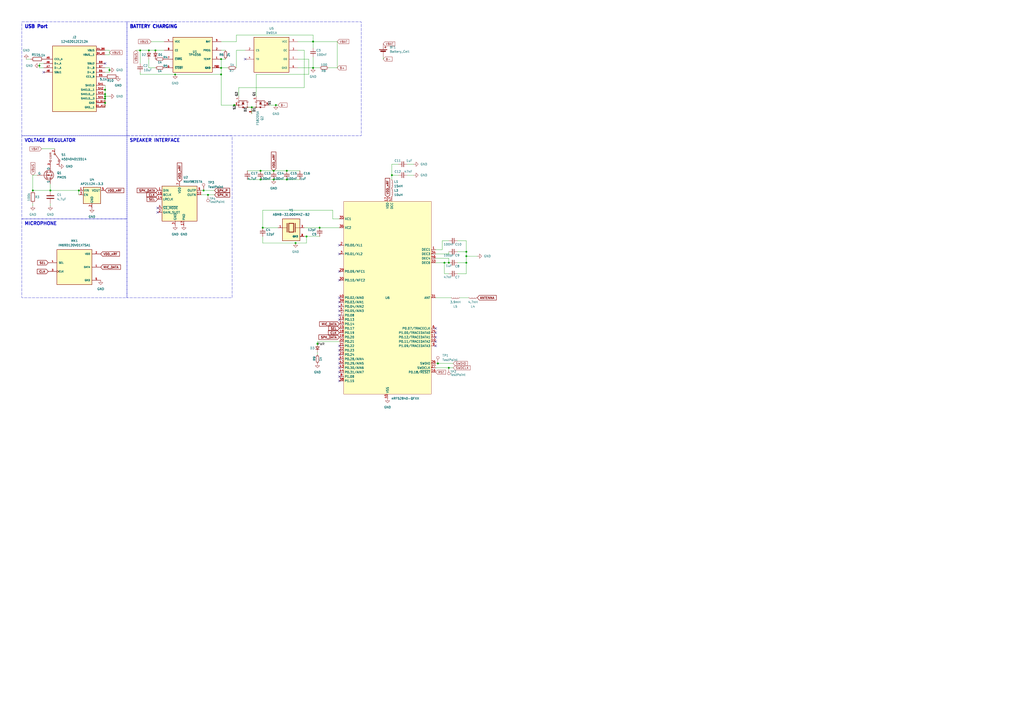
<source format=kicad_sch>
(kicad_sch (version 20231120) (generator "eeschema") (generator_version "8.0")
  (paper "A2")
  (lib_symbols
    (symbol "12402012E212A:12402012E212A" (pin_names (offset 1.016))
      (property "Reference" "J" (at -12.7 13.462 0))
      (property "Value" "12402012E212A" (at -12.7 -26.162 0))
      (symbol "12402012E212A_0_0"
        (pin power_in line (at 17.78 -20.32 180) (length 5.08) (name "GND") (number "A1_B12"))
        (pin power_in line (at 17.78 10.16 180) (length 5.08) (name "VBUS") (number "A4_B9"))
        (pin bidirectional line (at -17.78 5.08 0) (length 5.08) (name "CC1_A") (number "A5"))
        (pin bidirectional line (at -17.78 2.54 0) (length 5.08) (name "D+_A") (number "A6"))
        (pin bidirectional line (at -17.78 0 0) (length 5.08) (name "D-_A") (number "A7"))
        (pin bidirectional line (at -17.78 -2.54 0) (length 5.08) (name "SBU1") (number "A8"))
        (pin power_in line (at 17.78 -22.86 180) (length 5.08) (name "GND__1") (number "B1_A12"))
        (pin power_in line (at 17.78 7.62 180) (length 5.08) (name "VBUS__1") (number "B4_A9"))
        (pin bidirectional line (at 17.78 -5.08 180) (length 5.08) (name "CC1_B") (number "B5"))
        (pin bidirectional line (at 17.78 -2.54 180) (length 5.08) (name "D+_B") (number "B6"))
        (pin bidirectional line (at 17.78 0 180) (length 5.08) (name "D-_B") (number "B7"))
        (pin bidirectional line (at 17.78 2.54 180) (length 5.08) (name "SBU2") (number "B8"))
        (pin passive line (at 17.78 -10.16 180) (length 5.08) (name "SHIELD") (number "SH1"))
        (pin passive line (at 17.78 -12.7 180) (length 5.08) (name "SHIELD__1") (number "SH2"))
        (pin passive line (at 17.78 -15.24 180) (length 5.08) (name "SHIELD__2") (number "SH3"))
        (pin passive line (at 17.78 -17.78 180) (length 5.08) (name "SHIELD__3") (number "SH4"))
      )
    )
    (symbol "450404015514:450404015514" (pin_names (offset 1.016) hide)
      (property "Reference" "S" (at 2.1336 4.1148 0))
      (property "Value" "450404015514" (at -2.413 -5.1308 0))
      (symbol "450404015514_0_0"
        (text "com" (at -3.302 -1.8034 0) (effects (font (size 1.27 1.27)) (justify left bottom)))
        (pin passive line (at 5.08 2.54 180) (length 2.54) (name "~") (number "1"))
        (pin passive line (at -5.08 0 0) (length 2.54) (name "~") (number "2"))
        (pin passive line (at 5.08 -2.54 180) (length 2.54) (name "~") (number "3"))
      )
    )
    (symbol "ABM8-48.000MHZ-B2:ABM8-48.000MHZ-B2" (pin_names (offset 1.016))
      (property "Reference" "Y" (at -5.0878 6.3559 0))
      (property "Value" "ABM8-48.000MHZ-B2" (at -5.0944 -10.16 0))
      (symbol "ABM8-48.000MHZ-B2_0_0"
        (pin passive line (at -7.62 0 0) (length 2.54) (name "~") (number "1"))
        (pin power_in line (at 7.62 -5.08 180) (length 2.54) (name "GND") (number "2"))
        (pin passive line (at 7.62 0 180) (length 2.54) (name "~") (number "3"))
        (pin power_in line (at 7.62 -5.08 180) (length 2.54) (name "GND") (number "4"))
      )
    )
    (symbol "Audio:MAX98357A"
      (property "Reference" "U" (at -8.89 11.43 0))
      (property "Value" "MAX98357A" (at 10.16 11.43 0))
      (symbol "MAX98357A_1_1"
        (pin input line (at -12.7 7.62 0) (length 2.54) (name "DIN") (number "1"))
        (pin output line (at 12.7 5.08 180) (length 2.54) (name "OUTN") (number "10"))
        (pin passive line (at -2.54 -12.7 90) (length 2.54) hide (name "GND") (number "11"))
        (pin no_connect line (at 10.16 -5.08 180) (length 2.54) hide (name "NC") (number "12"))
        (pin no_connect line (at 10.16 -7.62 180) (length 2.54) hide (name "NC") (number "13"))
        (pin input line (at -12.7 2.54 0) (length 2.54) (name "LRCLK") (number "14"))
        (pin passive line (at -2.54 -12.7 90) (length 2.54) hide (name "GND") (number "15"))
        (pin input line (at -12.7 5.08 0) (length 2.54) (name "BCLK") (number "16"))
        (pin unspecified line (at 2.54 -12.7 90) (length 2.54) (name "PAD") (number "17"))
        (pin passive line (at -12.7 -5.08 0) (length 2.54) (name "GAIN_SLOT") (number "2"))
        (pin power_in line (at -2.54 -12.7 90) (length 2.54) (name "GND") (number "3"))
        (pin input line (at -12.7 -2.54 0) (length 2.54) (name "~{SD_MODE}") (number "4"))
        (pin no_connect line (at 10.16 2.54 180) (length 2.54) hide (name "NC") (number "5"))
        (pin no_connect line (at 10.16 0 180) (length 2.54) hide (name "NC") (number "6"))
        (pin power_in line (at 0 12.7 270) (length 2.54) (name "VDD") (number "7"))
        (pin passive line (at 0 12.7 270) (length 2.54) hide (name "VDD") (number "8"))
        (pin output line (at 12.7 7.62 180) (length 2.54) (name "OUTP") (number "9"))
      )
    )
    (symbol "Connector:TestPoint" (pin_numbers hide) (pin_names (offset 0.762) hide)
      (property "Reference" "TP" (at 0 6.858 0))
      (property "Value" "TestPoint" (at 0 5.08 0))
      (symbol "TestPoint_1_1"
        (pin passive line (at 0 0 90) (length 2.54) (name "1") (number "1"))
      )
    )
    (symbol "DW01A:DW01A" (pin_names (offset 1.016))
      (property "Reference" "U" (at -10.16 11.43 0))
      (property "Value" "DW01A" (at -10.16 -12.7 0))
      (symbol "DW01A_0_0"
        (pin output line (at 15.24 -2.54 180) (length 5.08) (name "OD") (number "1"))
        (pin input line (at -15.24 2.54 0) (length 5.08) (name "CS") (number "2"))
        (pin output line (at 15.24 2.54 180) (length 5.08) (name "OC") (number "3"))
        (pin passive line (at -15.24 -2.54 0) (length 5.08) (name "TD") (number "4"))
        (pin power_in line (at 15.24 7.62 180) (length 5.08) (name "VCC") (number "5"))
        (pin power_in line (at 15.24 -7.62 180) (length 5.08) (name "GND") (number "6"))
      )
    )
    (symbol "Device:Battery_Cell" (pin_numbers hide) (pin_names (offset 0) hide)
      (property "Reference" "BT" (at 2.54 2.54 0))
      (property "Value" "Battery_Cell" (at 2.54 0 0))
      (symbol "Battery_Cell_1_1"
        (pin passive line (at 0 5.08 270) (length 2.54) (name "+") (number "1"))
        (pin passive line (at 0 -2.54 90) (length 2.54) (name "-") (number "2"))
      )
    )
    (symbol "Device:C" (pin_numbers hide) (pin_names (offset 0.254))
      (property "Reference" "C" (at 0.635 2.54 0))
      (property "Value" "C" (at 0.635 -2.54 0))
      (symbol "C_1_1"
        (pin passive line (at 0 3.81 270) (length 2.794) (name "~") (number "1"))
        (pin passive line (at 0 -3.81 90) (length 2.794) (name "~") (number "2"))
      )
    )
    (symbol "Device:C_Small" (pin_numbers hide) (pin_names (offset 0.254) hide)
      (property "Reference" "C" (at 0.254 1.778 0))
      (property "Value" "C_Small" (at 0.254 -2.032 0))
      (symbol "C_Small_1_1"
        (pin passive line (at 0 2.54 270) (length 2.032) (name "~") (number "1"))
        (pin passive line (at 0 -2.54 90) (length 2.032) (name "~") (number "2"))
      )
    )
    (symbol "Device:D_Small" (pin_numbers hide) (pin_names (offset 0.254) hide)
      (property "Reference" "D" (at -1.27 2.032 0))
      (property "Value" "D_Small" (at -3.81 -2.032 0))
      (symbol "D_Small_1_1"
        (pin passive line (at -2.54 0 0) (length 1.778) (name "K") (number "1"))
        (pin passive line (at 2.54 0 180) (length 1.778) (name "A") (number "2"))
      )
    )
    (symbol "Device:L_Small" (pin_numbers hide) (pin_names (offset 0.254) hide)
      (property "Reference" "L" (at 0.762 1.016 0))
      (property "Value" "L_Small" (at 0.762 -1.016 0))
      (symbol "L_Small_1_1"
        (pin passive line (at 0 2.54 270) (length 0.508) (name "~") (number "1"))
        (pin passive line (at 0 -2.54 90) (length 0.508) (name "~") (number "2"))
      )
    )
    (symbol "Device:R" (pin_numbers hide) (pin_names (offset 0))
      (property "Reference" "R" (at 2.032 0 90))
      (property "Value" "R" (at 0 0 90))
      (symbol "R_1_1"
        (pin passive line (at 0 3.81 270) (length 1.27) (name "~") (number "1"))
        (pin passive line (at 0 -3.81 90) (length 1.27) (name "~") (number "2"))
      )
    )
    (symbol "Device:R_Small" (pin_numbers hide) (pin_names (offset 0.254) hide)
      (property "Reference" "R" (at 0.762 0.508 0))
      (property "Value" "R_Small" (at 0.762 -1.016 0))
      (symbol "R_Small_1_1"
        (pin passive line (at 0 2.54 270) (length 0.762) (name "~") (number "1"))
        (pin passive line (at 0 -2.54 90) (length 0.762) (name "~") (number "2"))
      )
    )
    (symbol "FS8205A:FS8205A" (pin_names (offset 1.016))
      (property "Reference" "Q" (at -11.43 7.62 0))
      (property "Value" "FS8205A" (at -11.43 -12.7 0))
      (symbol "FS8205A_0_0"
        (pin passive line (at 5.08 0 180) (length 2.54) (name "~") (number "1"))
        (pin passive line (at 0 -10.16 90) (length 2.54) (name "~") (number "2"))
        (pin passive line (at 0 -10.16 90) (length 2.54) (name "~") (number "3"))
        (pin passive line (at -5.08 -7.62 0) (length 2.54) (name "~") (number "4"))
        (pin passive line (at -5.08 2.54 0) (length 2.54) (name "~") (number "5"))
        (pin passive line (at 0 10.16 270) (length 2.54) (name "~") (number "6"))
        (pin passive line (at 0 10.16 270) (length 2.54) (name "~") (number "7"))
        (pin passive line (at 5.08 0 180) (length 2.54) (name "~") (number "8"))
      )
    )
    (symbol "IM69D120V01XTSA1:IM69D120V01XTSA1" (pin_names (offset 1.016))
      (property "Reference" "MK" (at -10.16 10.795 0))
      (property "Value" "IM69D120V01XTSA1" (at -10.16 -12.7 0))
      (symbol "IM69D120V01XTSA1_0_0"
        (pin output line (at 15.24 0 180) (length 5.08) (name "DATA") (number "1"))
        (pin power_in line (at 15.24 7.62 180) (length 5.08) (name "VDD") (number "2"))
        (pin input clock (at -15.24 -2.54 0) (length 5.08) (name "CLK") (number "3"))
        (pin input line (at -15.24 2.54 0) (length 5.08) (name "SEL") (number "4"))
        (pin power_in line (at 15.24 -7.62 180) (length 5.08) (name "GND") (number "5"))
      )
    )
    (symbol "PCM_nordic-lib-kicad-nrf52:nRF52840-QFXX"
      (property "Reference" "U" (at 0 0 0))
      (property "Value" "nRF52840-QFXX" (at 0 -2.54 0))
      (symbol "nRF52840-QFXX_0_0"
        (pin unspecified line (at 27.94 -25.4 180) (length 2.54) (name "P0.11/TRACEDATA2") (number "10"))
        (pin unspecified line (at 27.94 -22.86 180) (length 2.54) (name "P0.12/TRACEDATA1") (number "11"))
        (pin unspecified line (at -27.94 -12.7 0) (length 2.54) (name "P0.13") (number "13"))
        (pin unspecified line (at -27.94 -15.24 0) (length 2.54) (name "P0.14") (number "14"))
        (pin unspecified line (at -27.94 -17.78 0) (length 2.54) (name "P0.17") (number "15"))
        (pin unspecified line (at 0 58.42 270) (length 2.54) (name "VDD") (number "17"))
        (pin unspecified line (at -27.94 -20.32 0) (length 2.54) (name "P0.19") (number "18"))
        (pin unspecified line (at -27.94 -22.86 0) (length 2.54) (name "P0.20") (number "19"))
        (pin unspecified line (at -27.94 30.48 0) (length 2.54) (name "P0.00/XL1") (number "2"))
        (pin unspecified line (at -27.94 -25.4 0) (length 2.54) (name "P0.21") (number "20"))
        (pin unspecified line (at -27.94 -27.94 0) (length 2.54) (name "P0.22") (number "21"))
        (pin unspecified line (at -27.94 -30.48 0) (length 2.54) (name "P0.23") (number "22"))
        (pin unspecified line (at -27.94 -33.02 0) (length 2.54) (name "P0.24") (number "23"))
        (pin unspecified line (at 27.94 -20.32 180) (length 2.54) (name "P1.00/TRACEDATA0") (number "24"))
        (pin unspecified line (at 27.94 -38.1 180) (length 2.54) (name "SWDIO") (number "26"))
        (pin unspecified line (at 27.94 -40.64 180) (length 2.54) (name "SWDCLK") (number "27"))
        (pin unspecified line (at -27.94 15.24 0) (length 2.54) (name "P0.09/NFC1") (number "29"))
        (pin unspecified line (at -27.94 25.4 0) (length 2.54) (name "P0.01/XL2") (number "3"))
        (pin unspecified line (at -27.94 10.16 0) (length 2.54) (name "P0.10/NFC2") (number "30"))
        (pin unspecified line (at 27.94 0 180) (length 2.54) (name "ANT") (number "31"))
        (pin unspecified line (at -27.94 45.72 0) (length 2.54) (name "XC1") (number "35"))
        (pin unspecified line (at -27.94 40.64 0) (length 2.54) (name "XC2") (number "36"))
        (pin unspecified line (at -27.94 -48.26 0) (length 2.54) (name "P1.15") (number "38"))
        (pin unspecified line (at -27.94 -2.54 0) (length 2.54) (name "P0.03/AIN1") (number "39"))
        (pin unspecified line (at -27.94 -5.08 0) (length 2.54) (name "P0.04/AIN2") (number "4"))
        (pin unspecified line (at -27.94 0 0) (length 2.54) (name "P0.02/AIN0") (number "40"))
        (pin unspecified line (at -27.94 -35.56 0) (length 2.54) (name "P0.28/AIN4") (number "41"))
        (pin unspecified line (at -27.94 -38.1 0) (length 2.54) (name "P0.29/AIN5") (number "42"))
        (pin unspecified line (at -27.94 -40.64 0) (length 2.54) (name "P0.30/AIN6") (number "43"))
        (pin unspecified line (at -27.94 -43.18 0) (length 2.54) (name "P0.31/AIN7") (number "44"))
        (pin unspecified line (at 0 -58.42 90) (length 2.54) (name "VSS") (number "45"))
        (pin unspecified line (at 2.54 58.42 270) (length 2.54) (name "DCC") (number "47"))
        (pin unspecified line (at -27.94 -7.62 0) (length 2.54) (name "P0.05/AIN3") (number "5"))
        (pin unspecified line (at 27.94 -17.78 180) (length 2.54) (name "P0.07/TRACECLK") (number "6"))
        (pin unspecified line (at -27.94 -10.16 0) (length 2.54) (name "P0.08") (number "7"))
        (pin unspecified line (at -27.94 -45.72 0) (length 2.54) (name "P1.08") (number "8"))
        (pin unspecified line (at 27.94 -27.94 180) (length 2.54) (name "P1.09/TRACEDATA3") (number "9"))
      )
      (symbol "nRF52840-QFXX_1_0"
        (pin unspecified line (at 27.94 27.94 180) (length 2.54) (name "DEC1") (number "1"))
        (pin unspecified line (at 0 58.42 270) (length 2.54) hide (name "VDD") (number "12"))
        (pin unspecified line (at 27.94 -43.18 180) (length 2.54) (name "P0.18/~{RESET}") (number "16"))
        (pin unspecified line (at 0 58.42 270) (length 2.54) hide (name "VDD") (number "25"))
        (pin no_connect line (at 0 -38.1 90) (length 2.54) hide (name "NC") (number "28"))
        (pin unspecified line (at 0 -58.42 90) (length 2.54) hide (name "VSS_PA") (number "32"))
        (pin unspecified line (at 27.94 20.32 180) (length 2.54) (name "DEC6") (number "33"))
        (pin unspecified line (at 27.94 25.4 180) (length 2.54) (name "DEC3") (number "34"))
        (pin unspecified line (at 0 58.42 270) (length 2.54) hide (name "VDD") (number "37"))
        (pin unspecified line (at 27.94 22.86 180) (length 2.54) (name "DEC4") (number "46"))
        (pin unspecified line (at 0 58.42 270) (length 2.54) hide (name "VDD") (number "48"))
        (pin unspecified line (at 0 -58.42 90) (length 2.54) hide (name "VSS") (number "49"))
      )
    )
    (symbol "Regulator_Linear:AP2112K-3.3" (pin_names (offset 0.254))
      (property "Reference" "U" (at -5.08 5.715 0))
      (property "Value" "AP2112K-3.3" (at 0 5.715 0))
      (symbol "AP2112K-3.3_1_1"
        (pin power_in line (at -7.62 2.54 0) (length 2.54) (name "VIN") (number "1"))
        (pin power_in line (at 0 -7.62 90) (length 2.54) (name "GND") (number "2"))
        (pin input line (at -7.62 0 0) (length 2.54) (name "EN") (number "3"))
        (pin no_connect line (at 5.08 0 180) (length 2.54) hide (name "NC") (number "4"))
        (pin power_out line (at 7.62 2.54 180) (length 2.54) (name "VOUT") (number "5"))
      )
    )
    (symbol "Simulation_SPICE:PMOS" (pin_numbers hide) (pin_names (offset 0))
      (property "Reference" "Q" (at 5.08 1.27 0))
      (property "Value" "PMOS" (at 5.08 -1.27 0))
      (symbol "PMOS_1_1"
        (pin passive line (at 2.54 5.08 270) (length 2.54) (name "D") (number "1"))
        (pin input line (at -5.08 0 0) (length 2.54) (name "G") (number "2"))
        (pin passive line (at 2.54 -5.08 90) (length 2.54) (name "S") (number "3"))
      )
    )
    (symbol "TP4056:TP4056" (pin_names (offset 1.016))
      (property "Reference" "U" (at 0 0 0))
      (property "Value" "TP4056" (at 0 0 0))
      (symbol "TP4056_0_0"
        (pin bidirectional line (at 15.24 -2.54 180) (length 5.08) (name "TEMP") (number "1"))
        (pin bidirectional line (at 15.24 2.54 180) (length 5.08) (name "PROG") (number "2"))
        (pin bidirectional line (at 15.24 -7.62 180) (length 5.08) (name "GND") (number "3"))
        (pin bidirectional line (at -17.78 7.62 0) (length 5.08) (name "VCC") (number "4"))
        (pin bidirectional line (at 15.24 7.62 180) (length 5.08) (name "BAT") (number "5"))
        (pin bidirectional line (at -17.78 -7.62 0) (length 5.08) (name "~{STDBY}") (number "6"))
        (pin bidirectional line (at -17.78 -2.54 0) (length 5.08) (name "~{CHRG}") (number "7"))
        (pin bidirectional line (at -17.78 2.54 0) (length 5.08) (name "CE") (number "8"))
        (pin bidirectional line (at 15.24 -7.62 180) (length 5.08) (name "GND") (number "PAD"))
      )
    )
    (symbol "power:GND" (power) (pin_numbers hide) (pin_names (offset 0) hide)
      (property "Value" "GND" (at 0 -3.81 0))
      (symbol "GND_1_1"
        (pin power_in line (at 0 0 270) (length 0) (name "~") (number "1"))
      )
    )
  )
  (junction (at 270.51 148.59))
  (junction (at 63.5 40.64))
  (junction (at 270.51 146.05))
  (junction (at 128.27 39.37))
  (junction (at 227.33 101.6))
  (junction (at 60.96 52.07))
  (junction (at 260.35 152.4))
  (junction (at 128.27 43.18))
  (junction (at 166.37 104.14))
  (junction (at 19.05 110.49))
  (junction (at 135.89 60.96))
  (junction (at 254 210.82))
  (junction (at 181.61 24.13))
  (junction (at 158.75 99.06))
  (junction (at 152.4 132.08))
  (junction (at 181.61 39.37))
  (junction (at 128.27 34.29))
  (junction (at 166.37 99.06))
  (junction (at 90.17 29.21))
  (junction (at 171.45 140.97))
  (junction (at 260.35 213.36))
  (junction (at 22.86 38.1))
  (junction (at 160.02 60.96))
  (junction (at 81.28 29.21))
  (junction (at 29.21 110.49))
  (junction (at 45.72 110.49))
  (junction (at 60.96 57.15))
  (junction (at 151.13 104.14))
  (junction (at 118.11 110.49))
  (junction (at 101.6 43.18))
  (junction (at 120.65 113.03))
  (junction (at 60.96 59.69))
  (junction (at 86.36 29.21))
  (junction (at 151.13 99.06))
  (junction (at 60.96 55.88))
  (junction (at 184.15 199.39))
  (junction (at 60.96 54.61))
  (junction (at 177.8 137.16))
  (junction (at 257.81 152.4))
  (junction (at 158.75 104.14))
  (junction (at 270.51 152.4))
  (junction (at 185.42 132.08))
  (junction (at 146.05 62.23))
  (no_connect (at 196.85 185.42))
  (no_connect (at 196.85 182.88))
  (no_connect (at 196.85 203.2))
  (no_connect (at 252.73 190.5))
  (no_connect (at 252.73 198.12))
  (no_connect (at 196.85 215.9))
  (no_connect (at 196.85 147.32))
  (no_connect (at 91.44 120.65))
  (no_connect (at 196.85 220.98))
  (no_connect (at 252.73 200.66))
  (no_connect (at 196.85 162.56))
  (no_connect (at 196.85 213.36))
  (no_connect (at 196.85 210.82))
  (no_connect (at 252.73 193.04))
  (no_connect (at 196.85 180.34))
  (no_connect (at 196.85 157.48))
  (no_connect (at 142.24 34.29))
  (no_connect (at 196.85 200.66))
  (no_connect (at 196.85 177.8))
  (no_connect (at 196.85 142.24))
  (no_connect (at 25.4 41.91))
  (no_connect (at 91.44 123.19))
  (no_connect (at 196.85 172.72))
  (no_connect (at 252.73 195.58))
  (no_connect (at 196.85 175.26))
  (no_connect (at 60.96 36.83))
  (no_connect (at 196.85 208.28))
  (no_connect (at 196.85 205.74))
  (no_connect (at 196.85 218.44))
  (wire (pts (xy 19.05 119.38) (xy 19.05 118.11)))
  (wire (pts (xy 254 210.82) (xy 252.73 210.82)))
  (wire (pts (xy 177.8 140.97) (xy 177.8 137.16)))
  (wire (pts (xy 166.37 99.06) (xy 173.99 99.06)))
  (wire (pts (xy 270.51 158.75) (xy 270.51 152.4)))
  (wire (pts (xy 260.35 147.32) (xy 260.35 146.05)))
  (wire (pts (xy 60.96 39.37) (xy 63.5 39.37)))
  (wire (pts (xy 19.05 110.49) (xy 29.21 110.49)))
  (wire (pts (xy 270.51 148.59) (xy 270.51 146.05)))
  (wire (pts (xy 60.96 57.15) (xy 60.96 59.69)))
  (wire (pts (xy 86.36 29.21) (xy 90.17 29.21)))
  (wire (pts (xy 252.73 144.78) (xy 256.54 144.78)))
  (wire (pts (xy 160.02 60.96) (xy 161.29 60.96)))
  (wire (pts (xy 152.4 140.97) (xy 171.45 140.97)))
  (wire (pts (xy 172.72 29.21) (xy 176.53 29.21)))
  (wire (pts (xy 270.51 139.7) (xy 265.43 139.7)))
  (wire (pts (xy 137.16 29.21) (xy 142.24 29.21)))
  (wire (pts (xy 252.73 152.4) (xy 257.81 152.4)))
  (wire (pts (xy 252.73 172.72) (xy 261.62 172.72)))
  (wire (pts (xy 87.63 24.13) (xy 95.25 24.13)))
  (wire (pts (xy 152.4 121.92) (xy 152.4 132.08)))
  (wire (pts (xy 148.59 55.88) (xy 148.59 43.18)))
  (wire (pts (xy 78.74 29.21) (xy 81.28 29.21)))
  (wire (pts (xy 176.53 29.21) (xy 176.53 50.8)))
  (wire (pts (xy 265.43 152.4) (xy 270.51 152.4)))
  (wire (pts (xy 222.25 34.29) (xy 222.25 33.02)))
  (wire (pts (xy 63.5 29.21) (xy 63.5 31.75)))
  (wire (pts (xy 240.03 101.6) (xy 236.22 101.6)))
  (wire (pts (xy 184.15 200.66) (xy 184.15 199.39)))
  (wire (pts (xy 257.81 152.4) (xy 257.81 158.75)))
  (wire (pts (xy 81.28 41.91) (xy 81.28 43.18)))
  (wire (pts (xy 137.16 20.32) (xy 181.61 20.32)))
  (wire (pts (xy 231.14 95.25) (xy 227.33 95.25)))
  (wire (pts (xy 265.43 158.75) (xy 270.51 158.75)))
  (wire (pts (xy 60.96 52.07) (xy 60.96 54.61)))
  (wire (pts (xy 81.28 29.21) (xy 81.28 36.83)))
  (wire (pts (xy 158.75 104.14) (xy 166.37 104.14)))
  (wire (pts (xy 179.07 43.18) (xy 179.07 34.29)))
  (wire (pts (xy 128.27 34.29) (xy 130.81 34.29)))
  (wire (pts (xy 86.36 39.37) (xy 90.17 39.37)))
  (wire (pts (xy 63.5 41.91) (xy 60.96 41.91)))
  (wire (pts (xy 266.7 172.72) (xy 271.78 172.72)))
  (wire (pts (xy 81.28 43.18) (xy 101.6 43.18)))
  (wire (pts (xy 128.27 60.96) (xy 135.89 60.96)))
  (wire (pts (xy 128.27 34.29) (xy 128.27 39.37)))
  (wire (pts (xy 143.51 99.06) (xy 151.13 99.06)))
  (wire (pts (xy 60.96 54.61) (xy 60.96 55.88)))
  (wire (pts (xy 172.72 24.13) (xy 181.61 24.13)))
  (wire (pts (xy 90.17 29.21) (xy 95.25 29.21)))
  (wire (pts (xy 260.35 149.86) (xy 260.35 152.4)))
  (wire (pts (xy 25.4 36.83) (xy 22.86 36.83)))
  (wire (pts (xy 45.72 110.49) (xy 45.72 113.03)))
  (wire (pts (xy 151.13 99.06) (xy 158.75 99.06)))
  (wire (pts (xy 171.45 140.97) (xy 177.8 140.97)))
  (wire (pts (xy 184.15 199.39) (xy 184.15 198.12)))
  (wire (pts (xy 143.51 104.14) (xy 151.13 104.14)))
  (wire (pts (xy 138.43 50.8) (xy 138.43 55.88)))
  (wire (pts (xy 137.16 60.96) (xy 135.89 60.96)))
  (wire (pts (xy 21.59 101.6) (xy 19.05 101.6)))
  (wire (pts (xy 60.96 55.88) (xy 60.96 57.15)))
  (wire (pts (xy 24.13 86.36) (xy 31.75 86.36)))
  (wire (pts (xy 193.04 127) (xy 196.85 127)))
  (wire (pts (xy 256.54 144.78) (xy 256.54 139.7)))
  (wire (pts (xy 124.46 110.49) (xy 118.11 110.49)))
  (wire (pts (xy 156.21 60.96) (xy 160.02 60.96)))
  (wire (pts (xy 29.21 119.38) (xy 29.21 118.11)))
  (wire (pts (xy 137.16 24.13) (xy 137.16 20.32)))
  (wire (pts (xy 181.61 24.13) (xy 195.58 24.13)))
  (wire (pts (xy 63.5 40.64) (xy 63.5 41.91)))
  (wire (pts (xy 195.58 24.13) (xy 195.58 39.37)))
  (wire (pts (xy 257.81 158.75) (xy 260.35 158.75)))
  (wire (pts (xy 181.61 39.37) (xy 185.42 39.37)))
  (wire (pts (xy 193.04 121.92) (xy 193.04 127)))
  (wire (pts (xy 29.21 106.68) (xy 29.21 110.49)))
  (wire (pts (xy 240.03 95.25) (xy 236.22 95.25)))
  (wire (pts (xy 227.33 95.25) (xy 227.33 101.6)))
  (wire (pts (xy 257.81 152.4) (xy 260.35 152.4)))
  (wire (pts (xy 176.53 132.08) (xy 185.42 132.08)))
  (wire (pts (xy 184.15 198.12) (xy 196.85 198.12)))
  (wire (pts (xy 152.4 137.16) (xy 152.4 140.97)))
  (wire (pts (xy 252.73 213.36) (xy 260.35 213.36)))
  (wire (pts (xy 184.15 205.74) (xy 184.15 204.47)))
  (wire (pts (xy 128.27 24.13) (xy 137.16 24.13)))
  (wire (pts (xy 177.8 137.16) (xy 185.42 137.16)))
  (wire (pts (xy 270.51 146.05) (xy 270.51 139.7)))
  (wire (pts (xy 63.5 39.37) (xy 63.5 40.64)))
  (wire (pts (xy 181.61 24.13) (xy 181.61 27.94)))
  (wire (pts (xy 22.86 38.1) (xy 22.86 39.37)))
  (wire (pts (xy 22.86 39.37) (xy 25.4 39.37)))
  (wire (pts (xy 179.07 34.29) (xy 172.72 34.29)))
  (wire (pts (xy 148.59 43.18) (xy 179.07 43.18)))
  (wire (pts (xy 101.6 43.18) (xy 128.27 43.18)))
  (wire (pts (xy 193.04 121.92) (xy 152.4 121.92)))
  (wire (pts (xy 128.27 43.18) (xy 128.27 60.96)))
  (wire (pts (xy 262.89 213.36) (xy 260.35 213.36)))
  (wire (pts (xy 143.51 62.23) (xy 146.05 62.23)))
  (wire (pts (xy 128.27 39.37) (xy 128.27 43.18)))
  (wire (pts (xy 120.65 113.03) (xy 124.46 113.03)))
  (wire (pts (xy 118.11 110.49) (xy 116.84 110.49)))
  (wire (pts (xy 19.05 101.6) (xy 19.05 110.49)))
  (wire (pts (xy 60.96 29.21) (xy 63.5 29.21)))
  (wire (pts (xy 151.13 104.14) (xy 158.75 104.14)))
  (wire (pts (xy 146.05 62.23) (xy 148.59 62.23)))
  (wire (pts (xy 166.37 104.14) (xy 173.99 104.14)))
  (wire (pts (xy 227.33 101.6) (xy 227.33 104.14)))
  (wire (pts (xy 256.54 139.7) (xy 260.35 139.7)))
  (wire (pts (xy 176.53 137.16) (xy 177.8 137.16)))
  (wire (pts (xy 146.05 62.23) (xy 146.05 66.04)))
  (wire (pts (xy 270.51 146.05) (xy 265.43 146.05)))
  (wire (pts (xy 181.61 20.32) (xy 181.61 24.13)))
  (wire (pts (xy 172.72 39.37) (xy 181.61 39.37)))
  (wire (pts (xy 158.75 99.06) (xy 166.37 99.06)))
  (wire (pts (xy 63.5 55.88) (xy 60.96 55.88)))
  (wire (pts (xy 252.73 149.86) (xy 260.35 149.86)))
  (wire (pts (xy 60.96 59.69) (xy 60.96 62.23)))
  (wire (pts (xy 15.24 34.29) (xy 17.78 34.29)))
  (wire (pts (xy 120.65 113.03) (xy 116.84 113.03)))
  (wire (pts (xy 196.85 132.08) (xy 185.42 132.08)))
  (wire (pts (xy 29.21 110.49) (xy 45.72 110.49)))
  (wire (pts (xy 276.86 148.59) (xy 270.51 148.59)))
  (wire (pts (xy 137.16 39.37) (xy 137.16 29.21)))
  (wire (pts (xy 176.53 50.8) (xy 138.43 50.8)))
  (wire (pts (xy 60.96 49.53) (xy 60.96 52.07)))
  (wire (pts (xy 60.96 31.75) (xy 63.5 31.75)))
  (wire (pts (xy 81.28 29.21) (xy 86.36 29.21)))
  (wire (pts (xy 128.27 29.21) (xy 130.81 29.21)))
  (wire (pts (xy 190.5 39.37) (xy 195.58 39.37)))
  (wire (pts (xy 22.86 36.83) (xy 22.86 38.1)))
  (wire (pts (xy 227.33 101.6) (xy 231.14 101.6)))
  (wire (pts (xy 181.61 33.02) (xy 181.61 39.37)))
  (wire (pts (xy 252.73 147.32) (xy 260.35 147.32)))
  (wire (pts (xy 152.4 132.08) (xy 161.29 132.08)))
  (wire (pts (xy 270.51 152.4) (xy 270.51 148.59)))
  (wire (pts (xy 86.36 34.29) (xy 86.36 39.37)))
  (wire (pts (xy 262.89 210.82) (xy 254 210.82)))
  (wire (pts (xy 128.27 39.37) (xy 132.08 39.37)))
  (rectangle (start 73.66 78.74) (end 134.62 172.72) (stroke (width 0) (type dash)))
  (rectangle (start 12.7 12.7) (end 73.66 78.74) (stroke (width 0) (type dash)))
  (rectangle (start 12.7 127) (end 73.66 172.72) (stroke (width 0) (type dash)))
  (rectangle (start 12.7 78.74) (end 73.66 127) (stroke (width 0) (type dash)))
  (rectangle (start 73.66 12.7) (end 209.55 78.74) (stroke (width 0) (type dash)))
  (text_box "SPEAKER INTERFACE\n" (at 73.66 78.74 0) (size 35.56 5.08) (stroke (width -0.0001)) (effects (font (size 1.905 1.905) (thickness 0.381) (bold yes)) (justify left top)))
  (text_box "MICROPHONE\n" (at 12.7 127 0) (size 33.02 5.08) (stroke (width -0.0001)) (effects (font (size 1.905 1.905) (thickness 0.381) (bold yes)) (justify left top)))
  (text_box "VOLTAGE REGULATOR\n" (at 12.7 78.74 0) (size 33.02 5.08) (stroke (width -0.0001)) (effects (font (size 1.905 1.905) (thickness 0.381) (bold yes)) (justify left top)))
  (text_box "BATTERY CHARGING\n" (at 73.66 12.7 0) (size 31.75 5.08) (stroke (width -0.0001)) (effects (font (size 1.905 1.905) (thickness 0.508) (bold yes)) (justify left top)))
  (text_box "USB Port\n" (at 12.7 12.7 0) (size 26.67 5.08) (stroke (width -0.0001)) (effects (font (size 1.905 1.905) (thickness 0.508) (bold yes)) (justify left top)))
  (label "D2" (at 143.51 62.23 270) (effects (font (bold yes))))
  (label "G2" (at 138.43 55.88 90) (effects (font (bold yes))))
  (label "S2" (at 137.16 60.96 270) (effects (font (bold yes))))
  (label "PWR" (at 184.15 200.66 0))
  (label "G1" (at 148.59 55.88 90) (effects (font (bold yes))))
  (label "S1" (at 157.48 60.96 90) (effects (font (bold yes))))
  (label "D1" (at 148.59 62.23 270) (effects (font (bold yes))))
  (global_label "VDD_nRF" (shape input) (at 58.42 147.32 0) (effects (font (bold yes))) (property "Intersheetrefs" "${INTERSHEET_REFS}" (effects (hide yes))))
  (global_label "B-" (shape input) (at 161.29 60.96 0) (property "Intersheetrefs" "${INTERSHEET_REFS}" (effects (hide yes))))
  (global_label "SEL" (shape input) (at 91.44 115.57 180) (effects (font (bold yes))) (property "Intersheetrefs" "${INTERSHEET_REFS}" (effects (hide yes))))
  (global_label "VDD_nRF" (shape input) (at 224.79 114.3 90) (effects (font (bold yes))) (property "Intersheetrefs" "${INTERSHEET_REFS}" (effects (hide yes))))
  (global_label "CLK" (shape input) (at 91.44 113.03 180) (effects (font (bold yes))) (property "Intersheetrefs" "${INTERSHEET_REFS}" (effects (hide yes))))
  (global_label "MIC_DATA" (shape input) (at 196.85 187.96 180) (effects (font (bold yes))) (property "Intersheetrefs" "${INTERSHEET_REFS}" (effects (hide yes))))
  (global_label "ANTENNA" (shape input) (at 276.86 172.72 0) (effects (font (bold yes))) (property "Intersheetrefs" "${INTERSHEET_REFS}" (effects (hide yes))))
  (global_label "VDD_nRF" (shape input) (at 104.14 105.41 90) (effects (font (bold yes))) (property "Intersheetrefs" "${INTERSHEET_REFS}" (effects (hide yes))))
  (global_label "VBAT" (shape input) (at 222.25 25.4 0) (property "Intersheetrefs" "${INTERSHEET_REFS}" (effects (hide yes))))
  (global_label "SEL" (shape input) (at 27.94 152.4 180) (effects (font (bold yes))) (property "Intersheetrefs" "${INTERSHEET_REFS}" (effects (hide yes))))
  (global_label "VDD_nRF" (shape input) (at 158.75 99.06 90) (effects (font (bold yes))) (property "Intersheetrefs" "${INTERSHEET_REFS}" (effects (hide yes))))
  (global_label "VBAT" (shape input) (at 24.13 86.36 180) (property "Intersheetrefs" "${INTERSHEET_REFS}" (effects (hide yes))))
  (global_label "RST" (shape input) (at 252.73 215.9 0) (property "Intersheetrefs" "${INTERSHEET_REFS}" (effects (hide yes))))
  (global_label "SWDCLK" (shape input) (at 262.89 213.36 0) (property "Intersheetrefs" "${INTERSHEET_REFS}" (effects (hide yes))))
  (global_label "VDD_nRF" (shape input) (at 60.96 110.49 0) (effects (font (bold yes))) (property "Intersheetrefs" "${INTERSHEET_REFS}" (effects (hide yes))))
  (global_label "SPK_N" (shape input) (at 124.46 113.03 0) (effects (font (bold yes))) (property "Intersheetrefs" "${INTERSHEET_REFS}" (effects (hide yes))))
  (global_label "B-" (shape input) (at 222.25 34.29 0) (property "Intersheetrefs" "${INTERSHEET_REFS}" (effects (hide yes))))
  (global_label "SEL" (shape input) (at 196.85 190.5 180) (effects (font (bold yes))) (property "Intersheetrefs" "${INTERSHEET_REFS}" (effects (hide yes))))
  (global_label "SPK_P" (shape input) (at 124.46 110.49 0) (effects (font (bold yes))) (property "Intersheetrefs" "${INTERSHEET_REFS}" (effects (hide yes))))
  (global_label "CLK" (shape input) (at 196.85 193.04 180) (effects (font (bold yes))) (property "Intersheetrefs" "${INTERSHEET_REFS}" (effects (hide yes))))
  (global_label "CLK" (shape input) (at 27.94 157.48 180) (effects (font (bold yes))) (property "Intersheetrefs" "${INTERSHEET_REFS}" (effects (hide yes))))
  (global_label "VBUS" (shape input) (at 19.05 101.6 90) (property "Intersheetrefs" "${INTERSHEET_REFS}" (effects (hide yes))))
  (global_label "VBAT" (shape input) (at 195.58 24.13 0) (property "Intersheetrefs" "${INTERSHEET_REFS}" (effects (hide yes))))
  (global_label "VBUS" (shape input) (at 87.63 24.13 180) (property "Intersheetrefs" "${INTERSHEET_REFS}" (effects (hide yes))))
  (global_label "B+" (shape input) (at 195.58 39.37 0) (property "Intersheetrefs" "${INTERSHEET_REFS}" (effects (hide yes))))
  (global_label "SWDIO" (shape input) (at 262.89 210.82 0) (property "Intersheetrefs" "${INTERSHEET_REFS}" (effects (hide yes))))
  (global_label "SPK_DATA" (shape input) (at 91.44 110.49 180) (effects (font (bold yes))) (property "Intersheetrefs" "${INTERSHEET_REFS}" (effects (hide yes))))
  (global_label "VBUS" (shape input) (at 78.74 29.21 270) (property "Intersheetrefs" "${INTERSHEET_REFS}" (effects (hide yes))))
  (global_label "SPK_DATA" (shape input) (at 196.85 195.58 180) (effects (font (bold yes))) (property "Intersheetrefs" "${INTERSHEET_REFS}" (effects (hide yes))))
  (global_label "VBUS" (shape input) (at 63.5 30.48 0) (property "Intersheetrefs" "${INTERSHEET_REFS}" (effects (hide yes))))
  (global_label "MIC_DATA" (shape input) (at 58.42 154.94 0) (effects (font (bold yes))) (property "Intersheetrefs" "${INTERSHEET_REFS}" (effects (hide yes))))
  (symbol (lib_id "Device:L_Small") (at 264.16 172.72 270) (unit 1)
    (property "Reference" "L5" (at 264.16 177.8 90))
    (property "Value" "3.9mH" (at 264.16 175.26 90))
    (property "Footprint" "Inductor_SMD:L_0402_1005Metric_Pad0.77x0.64mm_HandSolder" (effects (hide yes)))
    (property "Description" "Inductor, small symbol" (effects (hide yes)))
  )
  (symbol (lib_id "Connector:TestPoint") (at 118.11 110.49 0) (unit 1)
    (property "Reference" "TP3" (at 120.65 105.9179 0) (effects (justify left)))
    (property "Value" "TestPoint" (at 120.65 108.4579 0) (effects (justify left)))
    (property "Footprint" "TestPoint:TestPoint_Loop_D1.80mm_Drill1.0mm_Beaded" (effects (hide yes)))
    (property "Description" "test point" (effects (hide yes)))
  )
  (symbol (lib_id "Device:R_Small") (at 187.96 39.37 270) (unit 1)
    (property "Reference" "R8" (at 187.706 41.148 90))
    (property "Value" "100" (at 187.96 37.592 90))
    (property "Footprint" "Resistor_SMD:R_0402_1005Metric_Pad0.72x0.64mm_HandSolder" (effects (hide yes)))
    (property "Description" "Resistor, small symbol" (effects (hide yes)))
  )
  (symbol (lib_id "Audio:MAX98357A") (at 104.14 118.11 0) (unit 1)
    (property "Reference" "U2" (at 106.3341 102.87 0) (effects (justify left)))
    (property "Value" "MAX98357A" (at 106.3341 105.41 0) (effects (justify left)))
    (property "Footprint" "Package_DFN_QFN:TQFN-16-1EP_3x3mm_P0.5mm_EP1.23x1.23mm" (effects (hide yes)))
    (property "Datasheet" "https://www.analog.com/media/en/technical-documentation/data-sheets/MAX98357A-MAX98357B.pdf" (effects (hide yes)))
    (property "Description" "Mono DAC with amplifier, I2S, PCM, TDM, 32-bit, 96khz, 3.2W, TQFP-16" (effects (hide yes)))
  )
  (symbol (lib_id "Device:C_Small") (at 262.89 152.4 270) (unit 1)
    (property "Reference" "C8" (at 263.906 154.432 90) (effects (justify left)))
    (property "Value" "1uF" (at 258.572 154.178 90) (effects (justify left)))
    (property "Footprint" "Capacitor_SMD:C_0402_1005Metric_Pad0.74x0.62mm_HandSolder" (effects (hide yes)))
    (property "Description" "Unpolarized capacitor, small symbol" (effects (hide yes)))
  )
  (symbol (lib_id "power:GND") (at 101.6 130.81 0) (unit 1)
    (property "Reference" "#PWR010" (effects (hide yes)))
    (property "Value" "GND" (at 101.6 135.89 0))
    (property "Description" "Power symbol creates a global label with name \"GND\" , ground" (effects (hide yes)))
  )
  (symbol (lib_id "power:GND") (at 58.42 162.56 0) (unit 1)
    (property "Reference" "#PWR09" (effects (hide yes)))
    (property "Value" "GND" (at 58.42 167.64 0))
    (property "Description" "Power symbol creates a global label with name \"GND\" , ground" (effects (hide yes)))
  )
  (symbol (lib_id "Device:D_Small") (at 90.17 31.75 90) (unit 1)
    (property "Reference" "D1" (at 91.694 31.75 90) (effects (justify right)))
    (property "Value" "D_Small" (effects (hide yes)))
    (property "Footprint" "Diode_SMD:D_0402_1005Metric_Pad0.77x0.64mm_HandSolder" (effects (hide yes)))
    (property "Description" "Diode, small symbol" (effects (hide yes)))
    (property "Sim.Device" "D" (effects (hide yes)))
    (property "Sim.Pins" "1=K 2=A" (effects (hide yes)))
  )
  (symbol (lib_id "DW01A:DW01A") (at 157.48 31.75 0) (unit 1)
    (property "Reference" "U5" (at 157.48 16.51 0))
    (property "Value" "DW01A" (at 157.48 19.05 0))
    (property "Footprint" "DW01A:SOT95P280X145-6N" (effects (hide yes)))
    (property "MF" "Fortune Semiconductor" (effects (hide yes)))
    (property "SNAPEDA_PACKAGE_ID" "103849" (effects (hide yes)))
    (property "Package" "SOT-23-6 Fortune Semiconductor" (effects (hide yes)))
    (property "Price" "None" (effects (hide yes)))
    (property "Check_prices" "https://www.snapeda.com/parts/DW01A/Fortune+Semiconductor/view-part/?ref=eda" (effects (hide yes)))
    (property "STANDARD" "IPC 7351B" (effects (hide yes)))
    (property "PARTREV" "1.8" (effects (hide yes)))
    (property "SnapEDA_Link" "https://www.snapeda.com/parts/DW01A/Fortune+Semiconductor/view-part/?ref=snap" (effects (hide yes)))
    (property "MP" "DW01A" (effects (hide yes)))
    (property "Description_1" "\n                        \n                            One Cell Lithium-ion/Polymer Battery Protection IC\n                        \n" (effects (hide yes)))
    (property "MANUFACTURER" "Fortune Semiconductor" (effects (hide yes)))
    (property "Availability" "Not in stock" (effects (hide yes)))
    (property "MAXIMUM_PACKAGE_HEIGHT" "1.45mm" (effects (hide yes)))
  )
  (symbol (lib_id "power:GND") (at 101.6 43.18 0) (unit 1)
    (property "Reference" "#PWR07" (effects (hide yes)))
    (property "Value" "GND" (at 101.6 48.26 0))
    (property "Description" "Power symbol creates a global label with name \"GND\" , ground" (effects (hide yes)))
  )
  (symbol (lib_id "Connector:TestPoint") (at 260.35 213.36 180) (unit 1)
    (property "Reference" "TP2" (at 261.112 215.646 0) (effects (justify right)))
    (property "Value" "TestPoint" (at 261.112 217.424 0) (effects (justify right)))
    (property "Footprint" "TestPoint:TestPoint_Loop_D1.80mm_Drill1.0mm_Beaded" (effects (hide yes)))
    (property "Description" "test point" (effects (hide yes)))
  )
  (symbol (lib_id "power:GND") (at 181.61 39.37 0) (unit 1)
    (property "Reference" "#PWR02" (effects (hide yes)))
    (property "Value" "GND" (at 181.61 44.45 0))
    (property "Description" "Power symbol creates a global label with name \"GND\" , ground" (effects (hide yes)))
  )
  (symbol (lib_id "450404015514:450404015514") (at 31.75 91.44 270) (unit 1)
    (property "Reference" "S1" (at 35.56 89.7889 90) (effects (justify left)))
    (property "Value" "450404015514" (at 35.56 92.3289 90) (effects (justify left)))
    (property "Footprint" "450404015514" (effects (hide yes)))
    (property "IR" "300mA" (effects (hide yes)))
    (property "QTY" "150" (effects (hide yes)))
    (property "PACKAGING" "Tape and Reel" (effects (hide yes)))
    (property "VR" "5V(DC)" (effects (hide yes)))
    (property "DATASHEET-URL" "https://www.we-online.com/catalog/datasheet/450404015514.pdf" (effects (hide yes)))
    (property "PART-NUMBER" "450404015514" (effects (hide yes)))
  )
  (symbol (lib_id "power:GND") (at 158.75 104.14 0) (unit 1)
    (property "Reference" "#PWR014" (effects (hide yes)))
    (property "Value" "GND" (at 158.75 109.22 0))
    (property "Description" "Power symbol creates a global label with name \"GND\" , ground" (effects (hide yes)))
  )
  (symbol (lib_id "TP4056:TP4056") (at 113.03 31.75 0) (unit 1)
    (property "Reference" "U1" (at 113.03 29.972 0))
    (property "Value" "TP4056" (at 113.03 31.75 0))
    (property "Footprint" "TP4056 (1):SO08-PAD-300" (effects (hide yes)))
    (property "MF" "Texas Instruments" (effects (hide yes)))
    (property "Description_1" "\n                        \n                            Charger Li-Ion Article 1A protection, module with IO TP4056 (micro USB)\n                        \n" (effects (hide yes)))
    (property "Package" "None" (effects (hide yes)))
    (property "Price" "None" (effects (hide yes)))
    (property "SnapEDA_Link" "https://www.snapeda.com/parts/TP4056/Texas+Instruments/view-part/?ref=snap" (effects (hide yes)))
    (property "MP" "TP4056" (effects (hide yes)))
    (property "Availability" "Not in stock" (effects (hide yes)))
    (property "Check_prices" "https://www.snapeda.com/parts/TP4056/Texas+Instruments/view-part/?ref=eda" (effects (hide yes)))
  )
  (symbol (lib_id "Device:C_Small") (at 185.42 134.62 180) (unit 1)
    (property "Reference" "C5" (at 183.642 135.89 0) (effects (justify left)))
    (property "Value" "12pF" (at 183.388 133.35 0) (effects (justify left)))
    (property "Footprint" "Capacitor_SMD:C_0402_1005Metric_Pad0.74x0.62mm_HandSolder" (effects (hide yes)))
    (property "Description" "Unpolarized capacitor, small symbol" (effects (hide yes)))
  )
  (symbol (lib_id "Device:R_Small") (at 130.81 31.75 180) (unit 1)
    (property "Reference" "R6" (at 128.524 31.75 0))
    (property "Value" "2k" (at 132.588 31.75 90))
    (property "Footprint" "Resistor_SMD:R_0402_1005Metric_Pad0.72x0.64mm_HandSolder" (effects (hide yes)))
    (property "Description" "Resistor, small symbol" (effects (hide yes)))
  )
  (symbol (lib_id "Device:R") (at 19.05 114.3 0) (unit 1)
    (property "Reference" "R3" (at 21.59 114.3 0))
    (property "Value" "100k" (at 16.764 114.3 90))
    (property "Footprint" "Resistor_SMD:R_0402_1005Metric_Pad0.72x0.64mm_HandSolder" (effects (hide yes)))
    (property "Description" "Resistor" (effects (hide yes)))
  )
  (symbol (lib_id "power:GND") (at 171.45 140.97 0) (unit 1)
    (property "Reference" "#PWR08" (effects (hide yes)))
    (property "Value" "GND" (at 171.45 146.05 0))
    (property "Description" "Power symbol creates a global label with name \"GND\" , ground" (effects (hide yes)))
  )
  (symbol (lib_id "Device:R") (at 21.59 34.29 90) (unit 1)
    (property "Reference" "R11" (at 20.32 31.75 90))
    (property "Value" "5.1k" (at 24.13 32.004 90))
    (property "Footprint" "Resistor_SMD:R_0402_1005Metric_Pad0.72x0.64mm_HandSolder" (effects (hide yes)))
    (property "Description" "Resistor" (effects (hide yes)))
  )
  (symbol (lib_id "power:GND") (at 53.34 120.65 0) (unit 1)
    (property "Reference" "#PWR04" (effects (hide yes)))
    (property "Value" "GND" (at 53.34 125.73 0))
    (property "Description" "Power symbol creates a global label with name \"GND\" , ground" (effects (hide yes)))
  )
  (symbol (lib_id "power:GND") (at 240.03 95.25 90) (unit 1)
    (property "Reference" "#PWR012" (effects (hide yes)))
    (property "Value" "GND" (at 243.84 95.2499 90) (effects (justify right)))
    (property "Description" "Power symbol creates a global label with name \"GND\" , ground" (effects (hide yes)))
  )
  (symbol (lib_id "power:GND") (at 19.05 119.38 0) (unit 1)
    (property "Reference" "#PWR05" (effects (hide yes)))
    (property "Value" "GND" (at 19.05 124.46 0))
    (property "Description" "Power symbol creates a global label with name \"GND\" , ground" (effects (hide yes)))
  )
  (symbol (lib_id "power:GND") (at 160.02 60.96 0) (unit 1)
    (property "Reference" "#PWR03" (effects (hide yes)))
    (property "Value" "GND" (at 160.02 66.04 0))
    (property "Description" "Power symbol creates a global label with name \"GND\" , ground" (effects (hide yes)))
  )
  (symbol (lib_id "power:GND") (at 224.79 231.14 0) (unit 1)
    (property "Reference" "#PWR015" (effects (hide yes)))
    (property "Value" "GND" (at 224.79 236.22 0))
    (property "Description" "Power symbol creates a global label with name \"GND\" , ground" (effects (hide yes)))
  )
  (symbol (lib_id "Simulation_SPICE:PMOS") (at 26.67 101.6 0) (unit 1)
    (property "Reference" "Q1" (at 33.02 100.3299 0) (effects (justify left)))
    (property "Value" "PMOS" (at 33.02 102.8699 0) (effects (justify left)))
    (property "Footprint" "footprints:DMP3099L-7" (effects (hide yes)))
    (property "Datasheet" "https://ngspice.sourceforge.io/docs/ngspice-html-manual/manual.xhtml#cha_MOSFETs" (effects (hide yes)))
    (property "Description" "P-MOSFET transistor, drain/source/gate" (effects (hide yes)))
    (property "Sim.Device" "PMOS" (effects (hide yes)))
    (property "Sim.Type" "VDMOS" (effects (hide yes)))
    (property "Sim.Pins" "1=D 2=G 3=S" (effects (hide yes)))
  )
  (symbol (lib_id "power:GND") (at 68.58 44.45 0) (unit 1)
    (property "Reference" "#PWR022" (effects (hide yes)))
    (property "Value" "GND" (at 68.58 49.53 0))
    (property "Description" "Power symbol creates a global label with name \"GND\" , ground" (effects (hide yes)))
  )
  (symbol (lib_id "Device:C_Small") (at 81.28 39.37 0) (unit 1)
    (property "Reference" "C2" (at 83.058 38.1 0) (effects (justify left)))
    (property "Value" "10uF" (at 83.312 40.64 0) (effects (justify left)))
    (property "Footprint" "Capacitor_SMD:C_0402_1005Metric_Pad0.74x0.62mm_HandSolder" (effects (hide yes)))
    (property "Description" "Unpolarized capacitor, small symbol" (effects (hide yes)))
  )
  (symbol (lib_id "Device:C_Small") (at 158.75 101.6 0) (unit 1)
    (property "Reference" "C14" (at 160.782 100.584 0) (effects (justify left)))
    (property "Value" "100nF" (at 158.75 103.632 0) (effects (justify left)))
    (property "Footprint" "Capacitor_SMD:C_0402_1005Metric_Pad0.74x0.62mm_HandSolder" (effects (hide yes)))
    (property "Description" "Unpolarized capacitor, small symbol" (effects (hide yes)))
  )
  (symbol (lib_id "power:GND") (at 15.24 34.29 180) (unit 1)
    (property "Reference" "#PWR023" (effects (hide yes)))
    (property "Value" "GND" (at 15.24 29.21 0))
    (property "Description" "Power symbol creates a global label with name \"GND\" , ground" (effects (hide yes)))
  )
  (symbol (lib_id "Device:C_Small") (at 233.68 101.6 90) (unit 1)
    (property "Reference" "C12" (at 232.664 99.568 90) (effects (justify left)))
    (property "Value" "47nF" (at 239.268 99.568 90) (effects (justify left)))
    (property "Footprint" "Capacitor_SMD:C_0402_1005Metric_Pad0.74x0.62mm_HandSolder" (effects (hide yes)))
    (property "Description" "Unpolarized capacitor, small symbol" (effects (hide yes)))
  )
  (symbol (lib_id "Device:R_Small") (at 184.15 208.28 180) (unit 1)
    (property "Reference" "R9" (at 182.372 208.026 90))
    (property "Value" "1k" (at 185.928 208.28 90))
    (property "Footprint" "Resistor_SMD:R_0402_1005Metric_Pad0.72x0.64mm_HandSolder" (effects (hide yes)))
    (property "Description" "Resistor, small symbol" (effects (hide yes)))
  )
  (symbol (lib_id "Device:D_Small") (at 184.15 201.93 90) (unit 1)
    (property "Reference" "D3" (at 179.832 201.93 90) (effects (justify right)))
    (property "Value" "D_Small" (effects (hide yes)))
    (property "Footprint" "Diode_SMD:D_0402_1005Metric_Pad0.77x0.64mm_HandSolder" (effects (hide yes)))
    (property "Description" "Diode, small symbol" (effects (hide yes)))
    (property "Sim.Device" "D" (effects (hide yes)))
    (property "Sim.Pins" "1=K 2=A" (effects (hide yes)))
  )
  (symbol (lib_id "power:GND") (at 29.21 119.38 0) (unit 1)
    (property "Reference" "#PWR06" (effects (hide yes)))
    (property "Value" "GND" (at 29.21 124.46 0))
    (property "Description" "Power symbol creates a global label with name \"GND\" , ground" (effects (hide yes)))
  )
  (symbol (lib_id "Device:C_Small") (at 262.89 146.05 270) (unit 1)
    (property "Reference" "C9" (at 263.906 148.082 90) (effects (justify left)))
    (property "Value" "100pF" (at 257.302 148.082 90) (effects (justify left)))
    (property "Footprint" "Capacitor_SMD:C_0402_1005Metric_Pad0.74x0.62mm_HandSolder" (effects (hide yes)))
    (property "Description" "Unpolarized capacitor, small symbol" (effects (hide yes)))
  )
  (symbol (lib_id "Device:C_Small") (at 151.13 101.6 0) (unit 1)
    (property "Reference" "C13" (at 153.162 100.584 0) (effects (justify left)))
    (property "Value" "100nF" (at 151.13 103.632 0) (effects (justify left)))
    (property "Footprint" "Capacitor_SMD:C_0402_1005Metric_Pad0.74x0.62mm_HandSolder" (effects (hide yes)))
    (property "Description" "Unpolarized capacitor, small symbol" (effects (hide yes)))
  )
  (symbol (lib_id "power:GND") (at 34.29 96.52 90) (unit 1)
    (property "Reference" "#PWR01" (effects (hide yes)))
    (property "Value" "GND" (at 38.1 96.5199 90) (effects (justify right)))
    (property "Description" "Power symbol creates a global label with name \"GND\" , ground" (effects (hide yes)))
  )
  (symbol (lib_id "Connector:TestPoint") (at 120.65 113.03 180) (unit 1)
    (property "Reference" "TP4" (at 121.412 115.316 0) (effects (justify right)))
    (property "Value" "TestPoint" (at 121.412 117.094 0) (effects (justify right)))
    (property "Footprint" "TestPoint:TestPoint_Loop_D1.80mm_Drill1.0mm_Beaded" (effects (hide yes)))
    (property "Description" "test point" (effects (hide yes)))
  )
  (symbol (lib_id "Device:C_Small") (at 166.37 101.6 0) (unit 1)
    (property "Reference" "C15" (at 168.402 100.584 0) (effects (justify left)))
    (property "Value" "100nF" (at 166.37 103.632 0) (effects (justify left)))
    (property "Footprint" "Capacitor_SMD:C_0402_1005Metric_Pad0.74x0.62mm_HandSolder" (effects (hide yes)))
    (property "Description" "Unpolarized capacitor, small symbol" (effects (hide yes)))
  )
  (symbol (lib_id "PCM_nordic-lib-kicad-nrf52:nRF52840-QFXX") (at 224.79 172.72 0) (unit 1)
    (property "Reference" "U6" (at 224.79 172.72 0))
    (property "Value" "nRF52840-QFXX" (at 226.9841 231.14 0) (effects (justify left)))
    (property "Footprint" "Package_DFN_QFN:QFN-48-1EP_6x6mm_P0.4mm_EP4.6x4.6mm" (effects (hide yes)))
  )
  (symbol (lib_id "Device:L_Small") (at 227.33 111.76 0) (unit 1)
    (property "Reference" "L3" (at 228.6 110.4899 0) (effects (justify left)))
    (property "Value" "10uH" (at 228.6 113.0299 0) (effects (justify left)))
    (property "Footprint" "Inductor_SMD:L_0402_1005Metric_Pad0.77x0.64mm_HandSolder" (effects (hide yes)))
    (property "Description" "Inductor, small symbol" (effects (hide yes)))
  )
  (symbol (lib_id "Device:Battery_Cell") (at 222.25 30.48 0) (unit 1)
    (property "Reference" "BT1" (at 226.06 27.3684 0) (effects (justify left)))
    (property "Value" "Battery_Cell" (at 226.06 29.9084 0) (effects (justify left)))
    (property "Footprint" "Battery:BatteryHolder_Keystone_3034_1x20mm" (effects (hide yes)))
    (property "Description" "Single-cell battery" (effects (hide yes)))
  )
  (symbol (lib_id "Device:C") (at 29.21 114.3 0) (unit 1)
    (property "Reference" "C1" (at 33.02 113.0299 0) (effects (justify left)))
    (property "Value" "4.7uF" (at 33.02 115.5699 0) (effects (justify left)))
    (property "Footprint" "Capacitor_SMD:C_0402_1005Metric_Pad0.74x0.62mm_HandSolder" (effects (hide yes)))
    (property "Description" "Unpolarized capacitor" (effects (hide yes)))
  )
  (symbol (lib_id "power:GND") (at 63.5 40.64 90) (unit 1)
    (property "Reference" "#PWR025" (effects (hide yes)))
    (property "Value" "GND" (at 67.31 40.6399 90) (effects (justify right)))
    (property "Description" "Power symbol creates a global label with name \"GND\" , ground" (effects (hide yes)))
  )
  (symbol (lib_id "power:GND") (at 106.68 130.81 0) (unit 1)
    (property "Reference" "#PWR020" (effects (hide yes)))
    (property "Value" "GND" (at 106.68 135.89 0))
    (property "Description" "Power symbol creates a global label with name \"GND\" , ground" (effects (hide yes)))
  )
  (symbol (lib_id "Device:R_Small") (at 92.71 39.37 90) (unit 1)
    (property "Reference" "R5" (at 96.012 38.354 90))
    (property "Value" "1k" (at 92.71 41.148 90))
    (property "Footprint" "Resistor_SMD:R_0402_1005Metric_Pad0.72x0.64mm_HandSolder" (effects (hide yes)))
    (property "Description" "Resistor, small symbol" (effects (hide yes)))
  )
  (symbol (lib_id "Device:L_Small") (at 227.33 106.68 0) (unit 1)
    (property "Reference" "L1" (at 228.6 105.4099 0) (effects (justify left)))
    (property "Value" "15nH" (at 228.6 107.9499 0) (effects (justify left)))
    (property "Footprint" "Inductor_SMD:L_0402_1005Metric_Pad0.77x0.64mm_HandSolder" (effects (hide yes)))
    (property "Description" "Inductor, small symbol" (effects (hide yes)))
  )
  (symbol (lib_id "Device:R_Small") (at 92.71 34.29 90) (unit 1)
    (property "Reference" "R4" (at 96.012 33.274 90))
    (property "Value" "1k" (at 92.71 36.068 90))
    (property "Footprint" "Resistor_SMD:R_0402_1005Metric_Pad0.72x0.64mm_HandSolder" (effects (hide yes)))
    (property "Description" "Resistor, small symbol" (effects (hide yes)))
  )
  (symbol (lib_id "Device:C_Small") (at 173.99 101.6 0) (unit 1)
    (property "Reference" "C16" (at 176.022 100.584 0) (effects (justify left)))
    (property "Value" "1uF" (at 173.99 103.632 0) (effects (justify left)))
    (property "Footprint" "Capacitor_SMD:C_0402_1005Metric_Pad0.74x0.62mm_HandSolder" (effects (hide yes)))
    (property "Description" "Unpolarized capacitor, small symbol" (effects (hide yes)))
  )
  (symbol (lib_id "Device:C_Small") (at 143.51 101.6 0) (unit 1)
    (property "Reference" "C17" (at 145.542 100.584 0) (effects (justify left)))
    (property "Value" "4.7uF" (at 143.51 103.632 0) (effects (justify left)))
    (property "Footprint" "Capacitor_SMD:C_0402_1005Metric_Pad0.74x0.62mm_HandSolder" (effects (hide yes)))
    (property "Description" "Unpolarized capacitor, small symbol" (effects (hide yes)))
  )
  (symbol (lib_id "FS8205A:FS8205A") (at 146.05 60.96 270) (unit 1)
    (property "Reference" "Q2" (at 152.0192 68.58 0))
    (property "Value" "FS8205A" (at 149.4792 68.58 0))
    (property "Footprint" "FS8205A:SOP65P640X120-8N" (effects (hide yes)))
    (property "MF" "Fortune Semiconductor" (effects (hide yes)))
    (property "MAXIMUM_PACKAGE_HEIGHT" "1.2mm" (effects (hide yes)))
    (property "Package" "Package" (effects (hide yes)))
    (property "Price" "None" (effects (hide yes)))
    (property "Check_prices" "https://www.snapeda.com/parts/FS8205A/Fortune+Semiconductor/view-part/?ref=eda" (effects (hide yes)))
    (property "STANDARD" "IPC 7351B" (effects (hide yes)))
    (property "PARTREV" "1.7" (effects (hide yes)))
    (property "SnapEDA_Link" "https://www.snapeda.com/parts/FS8205A/Fortune+Semiconductor/view-part/?ref=snap" (effects (hide yes)))
    (property "MP" "FS8205A" (effects (hide yes)))
    (property "Description_1" "\n                        \n                            \n                        \n" (effects (hide yes)))
    (property "Availability" "In Stock" (effects (hide yes)))
    (property "MANUFACTURER" "Fortune Semiconductor" (effects (hide yes)))
  )
  (symbol (lib_id "Device:C_Small") (at 262.89 139.7 270) (unit 1)
    (property "Reference" "C10" (at 263.906 141.732 90) (effects (justify left)))
    (property "Value" "100nF" (at 257.302 141.732 90) (effects (justify left)))
    (property "Footprint" "Capacitor_SMD:C_0402_1005Metric_Pad0.74x0.62mm_HandSolder" (effects (hide yes)))
    (property "Description" "Unpolarized capacitor, small symbol" (effects (hide yes)))
  )
  (symbol (lib_id "Device:C_Small") (at 181.61 30.48 0) (unit 1)
    (property "Reference" "C3" (at 183.388 29.21 0) (effects (justify left)))
    (property "Value" "100nF" (at 183.642 31.75 0) (effects (justify left)))
    (property "Footprint" "Capacitor_SMD:C_0402_1005Metric_Pad0.74x0.62mm_HandSolder" (effects (hide yes)))
    (property "Description" "Unpolarized capacitor, small symbol" (effects (hide yes)))
  )
  (symbol (lib_id "ABM8-48.000MHZ-B2:ABM8-48.000MHZ-B2") (at 168.91 132.08 0) (unit 1)
    (property "Reference" "Y1" (at 168.91 121.92 0))
    (property "Value" "ABM8-32.000MHZ-B2" (at 168.91 124.46 0))
    (property "Footprint" "ABM8-48.000MHZ-B2:XTAL_ABM8-48.000MHZ-B2" (effects (hide yes)))
    (property "MF" "Abracon" (effects (hide yes)))
    (property "MAXIMUM_PACKAGE_HEIGHT" "0.8 mm" (effects (hide yes)))
    (property "Package" "NON-STANDARD-4 ABRACON" (effects (hide yes)))
    (property "Price" "None" (effects (hide yes)))
    (property "Check_prices" "https://www.snapeda.com/parts/ABM8-48.000MHZ-B2/Abracon/view-part/?ref=eda" (effects (hide yes)))
    (property "STANDARD" "Manufacturer Recommendations" (effects (hide yes)))
    (property "PARTREV" "44041" (effects (hide yes)))
    (property "SnapEDA_Link" "https://www.snapeda.com/parts/ABM8-48.000MHZ-B2/Abracon/view-part/?ref=snap" (effects (hide yes)))
    (property "MP" "ABM8-48.000MHZ-B2" (effects (hide yes)))
    (property "Description_1" "\n                        \n                            48 MHz ±20ppm Crystal 18pF 35 Ohms 4-SMD, No Lead\n                        \n" (effects (hide yes)))
    (property "Availability" "In Stock" (effects (hide yes)))
    (property "MANUFACTURER" "Abracon" (effects (hide yes)))
  )
  (symbol (lib_id "power:GND") (at 63.5 55.88 90) (unit 1)
    (property "Reference" "#PWR024" (effects (hide yes)))
    (property "Value" "GND" (at 67.31 55.8799 90) (effects (justify right)))
    (property "Description" "Power symbol creates a global label with name \"GND\" , ground" (effects (hide yes)))
  )
  (symbol (lib_id "Connector:TestPoint") (at 254 210.82 0) (unit 1)
    (property "Reference" "TP1" (at 256.54 206.2479 0) (effects (justify left)))
    (property "Value" "TestPoint" (at 256.54 208.7879 0) (effects (justify left)))
    (property "Footprint" "TestPoint:TestPoint_Loop_D1.80mm_Drill1.0mm_Beaded" (effects (hide yes)))
    (property "Description" "test point" (effects (hide yes)))
  )
  (symbol (lib_id "Device:D_Small") (at 86.36 31.75 90) (unit 1)
    (property "Reference" "D2" (at 82.042 31.75 90) (effects (justify right)))
    (property "Value" "D_Small" (effects (hide yes)))
    (property "Footprint" "Diode_SMD:D_0402_1005Metric_Pad0.77x0.64mm_HandSolder" (effects (hide yes)))
    (property "Description" "Diode, small symbol" (effects (hide yes)))
    (property "Sim.Device" "D" (effects (hide yes)))
    (property "Sim.Pins" "1=K 2=A" (effects (hide yes)))
  )
  (symbol (lib_id "Device:R") (at 64.77 44.45 90) (unit 1)
    (property "Reference" "R10" (at 64.008 46.736 90))
    (property "Value" "5.1k" (at 59.944 45.974 90))
    (property "Footprint" "Resistor_SMD:R_0402_1005Metric_Pad0.72x0.64mm_HandSolder" (effects (hide yes)))
    (property "Description" "Resistor" (effects (hide yes)))
  )
  (symbol (lib_id "Device:C_Small") (at 262.89 158.75 270) (unit 1)
    (property "Reference" "C7" (at 263.906 160.782 90) (effects (justify left)))
    (property "Value" "47nF" (at 257.302 160.782 90) (effects (justify left)))
    (property "Footprint" "Capacitor_SMD:C_0402_1005Metric_Pad0.74x0.62mm_HandSolder" (effects (hide yes)))
    (property "Description" "Unpolarized capacitor, small symbol" (effects (hide yes)))
  )
  (symbol (lib_id "power:GND") (at 240.03 101.6 90) (unit 1)
    (property "Reference" "#PWR013" (effects (hide yes)))
    (property "Value" "GND" (at 243.84 101.5999 90) (effects (justify right)))
    (property "Description" "Power symbol creates a global label with name \"GND\" , ground" (effects (hide yes)))
  )
  (symbol (lib_id "power:GND") (at 22.86 38.1 270) (unit 1)
    (property "Reference" "#PWR026" (effects (hide yes)))
    (property "Value" "GND" (at 19.05 38.0999 90) (effects (justify right)))
    (property "Description" "Power symbol creates a global label with name \"GND\" , ground" (effects (hide yes)))
  )
  (symbol (lib_id "Regulator_Linear:AP2112K-3.3") (at 53.34 113.03 0) (unit 1)
    (property "Reference" "U4" (at 53.34 104.14 0))
    (property "Value" "AP2112K-3.3" (at 53.34 106.68 0))
    (property "Footprint" "Package_TO_SOT_SMD:SOT-23-5" (effects (hide yes)))
    (property "Datasheet" "https://www.diodes.com/assets/Datasheets/AP2112.pdf" (effects (hide yes)))
    (property "Description" "600mA low dropout linear regulator, with enable pin, 3.8V-6V input voltage range, 3.3V fixed positive output, SOT-23-5" (effects (hide yes)))
  )
  (symbol (lib_id "IM69D120V01XTSA1:IM69D120V01XTSA1") (at 43.18 154.94 0) (unit 1)
    (property "Reference" "MK1" (at 43.18 139.7 0))
    (property "Value" "IM69D120V01XTSA1" (at 43.18 142.24 0))
    (property "Footprint" "IM69D120V01XTSA1:XDCR_IM69D120V01XTSA1" (effects (hide yes)))
    (property "MF" "Infineon Technologies" (effects (hide yes)))
    (property "Description_1" "\n                        \n                            69 dB(A) signal-to-noise ratio | 120dB SPL acoustic overload point | Digital (PDM) interface with 6 ?s group delay at 1 kHz | Tight sensitivity (-26 1 dB) and phase ( 2 deg) tolerances\n                        \n" (effects (hide yes)))
    (property "Package" "None" (effects (hide yes)))
    (property "Price" "None" (effects (hide yes)))
    (property "Check_prices" "https://www.snapeda.com/parts/IM69D120V01XTSA1/Infineon/view-part/?ref=eda" (effects (hide yes)))
    (property "STANDARD" "Manufacturer Recommendations" (effects (hide yes)))
    (property "PARTREV" "1.0" (effects (hide yes)))
    (property "SnapEDA_Link" "https://www.snapeda.com/parts/IM69D120V01XTSA1/Infineon/view-part/?ref=snap" (effects (hide yes)))
    (property "MP" "IM69D120V01XTSA1" (effects (hide yes)))
    (property "Availability" "In Stock" (effects (hide yes)))
    (property "MANUFACTURER" "Infineon" (effects (hide yes)))
  )
  (symbol (lib_id "Device:L_Small") (at 274.32 172.72 270) (unit 1)
    (property "Reference" "L4" (at 274.32 177.8 90))
    (property "Value" "4.7nH" (at 274.32 175.26 90))
    (property "Footprint" "Inductor_SMD:L_0402_1005Metric_Pad0.77x0.64mm_HandSolder" (effects (hide yes)))
    (property "Description" "Inductor, small symbol" (effects (hide yes)))
  )
  (symbol (lib_id "Device:C_Small") (at 152.4 134.62 0) (unit 1)
    (property "Reference" "C4" (at 154.178 133.35 0) (effects (justify left)))
    (property "Value" "12pF" (at 154.432 135.89 0) (effects (justify left)))
    (property "Footprint" "Capacitor_SMD:C_0402_1005Metric_Pad0.74x0.62mm_HandSolder" (effects (hide yes)))
    (property "Description" "Unpolarized capacitor, small symbol" (effects (hide yes)))
  )
  (symbol (lib_id "12402012E212A:12402012E212A") (at 43.18 39.37 0) (unit 1)
    (property "Reference" "J2" (at 43.18 21.59 0))
    (property "Value" "12402012E212A" (at 43.18 24.13 0))
    (property "Footprint" "AMPHENOL_12402012E212A" (effects (hide yes)))
    (property "PARTREV" "4" (effects (hide yes)))
    (property "STANDARD" "Manufacturer Recommendations" (effects (hide yes)))
    (property "MAXIMUM_PACKAGE_HEIGHT" "3.26 mm" (effects (hide yes)))
    (property "MANUFACTURER" "Amphenol" (effects (hide yes)))
  )
  (symbol (lib_id "power:GND") (at 276.86 148.59 90) (unit 1)
    (property "Reference" "#PWR011" (effects (hide yes)))
    (property "Value" "GND" (at 280.67 148.5901 90) (effects (justify right)))
    (property "Description" "Power symbol creates a global label with name \"GND\" , ground" (effects (hide yes)))
  )
  (symbol (lib_id "power:GND") (at 184.15 210.82 0) (unit 1)
    (property "Reference" "#PWR021" (effects (hide yes)))
    (property "Value" "GND" (at 184.15 215.9 0))
    (property "Description" "Power symbol creates a global label with name \"GND\" , ground" (effects (hide yes)))
  )
  (symbol (lib_id "Device:C_Small") (at 233.68 95.25 90) (unit 1)
    (property "Reference" "C11" (at 232.664 93.218 90) (effects (justify left)))
    (property "Value" "1uF" (at 239.268 93.218 90) (effects (justify left)))
    (property "Footprint" "Capacitor_SMD:C_0402_1005Metric_Pad0.74x0.62mm_HandSolder" (effects (hide yes)))
    (property "Description" "Unpolarized capacitor, small symbol" (effects (hide yes)))
  )
  (symbol (lib_id "Device:R_Small") (at 134.62 39.37 270) (unit 1)
    (property "Reference" "R7" (at 134.366 41.148 90))
    (property "Value" "1k" (at 134.62 37.592 90))
    (property "Footprint" "Resistor_SMD:R_0402_1005Metric_Pad0.72x0.64mm_HandSolder" (effects (hide yes)))
    (property "Description" "Resistor, small symbol" (effects (hide yes)))
  )
)
</source>
